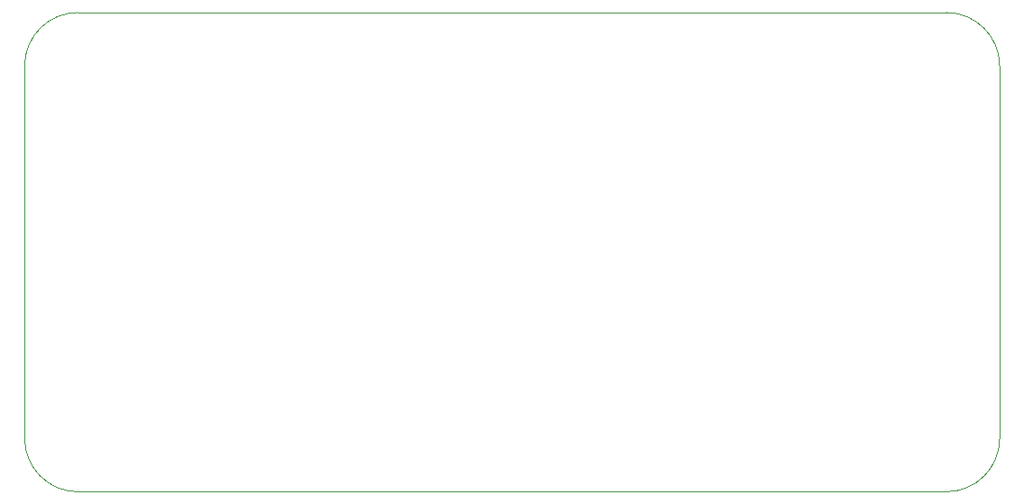
<source format=gbr>
G04 #@! TF.GenerationSoftware,KiCad,Pcbnew,(5.1.9)-1*
G04 #@! TF.CreationDate,2021-03-12T14:24:21+01:00*
G04 #@! TF.ProjectId,case_keypad,63617365-5f6b-4657-9970-61642e6b6963,rev?*
G04 #@! TF.SameCoordinates,Original*
G04 #@! TF.FileFunction,Profile,NP*
%FSLAX46Y46*%
G04 Gerber Fmt 4.6, Leading zero omitted, Abs format (unit mm)*
G04 Created by KiCad (PCBNEW (5.1.9)-1) date 2021-03-12 14:24:21*
%MOMM*%
%LPD*%
G01*
G04 APERTURE LIST*
G04 #@! TA.AperFunction,Profile*
%ADD10C,0.050000*%
G04 #@! TD*
G04 APERTURE END LIST*
D10*
X164000000Y-102000000D02*
G75*
G02*
X159000000Y-107000000I-5000000J0D01*
G01*
X77500000Y-107000000D02*
G75*
G02*
X72500000Y-102000000I0J5000000D01*
G01*
X72500000Y-67000000D02*
G75*
G02*
X77500000Y-62000000I5000000J0D01*
G01*
X159000000Y-62000000D02*
G75*
G02*
X164000000Y-67000000I0J-5000000D01*
G01*
X164000000Y-102000000D02*
X164000000Y-67000000D01*
X77500000Y-107000000D02*
X159000000Y-107000000D01*
X72500000Y-67000000D02*
X72500000Y-102000000D01*
X159000000Y-62000000D02*
X77500000Y-62000000D01*
M02*

</source>
